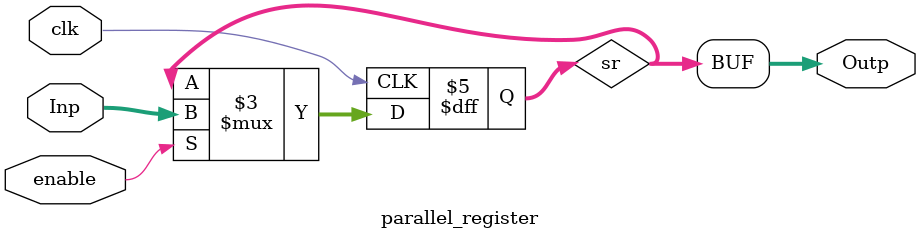
<source format=v>
`timescale 1ns / 1ps
module parallel_register(
    input clk,
    input enable,
    input [3:0] Inp,
    output [3:0] Outp
    );

	// Declare the parallel register
	reg [3:0] sr;

	// Shift everything over, load the incoming bit
	always @ (posedge clk)
	begin
		if (enable == 1'b1)
		begin
			sr <= Inp;
		end
	end

	// Catch the outgoing bit
	assign Outp = sr;

endmodule

</source>
